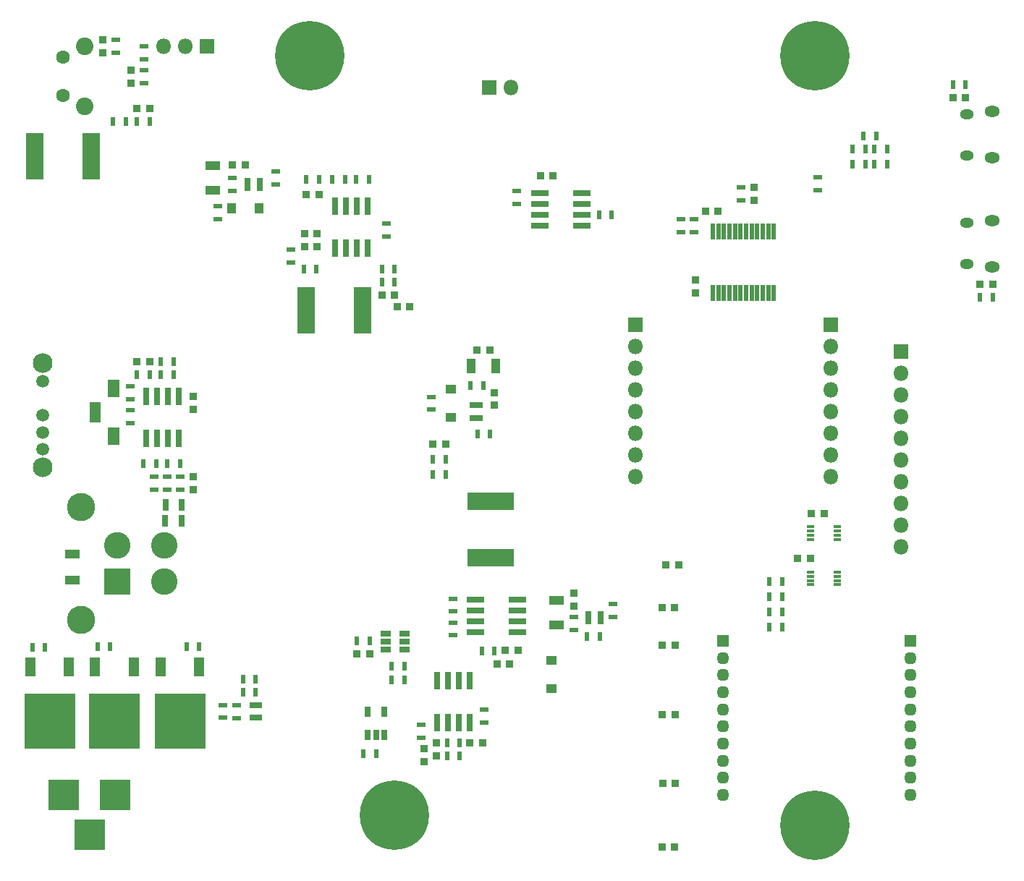
<source format=gbr>
G04 #@! TF.FileFunction,Soldermask,Bot*
%FSLAX46Y46*%
G04 Gerber Fmt 4.6, Leading zero omitted, Abs format (unit mm)*
G04 Created by KiCad (PCBNEW 4.0.7) date 07/05/18 23:16:34*
%MOMM*%
%LPD*%
G01*
G04 APERTURE LIST*
%ADD10C,0.100000*%
%ADD11R,0.701600X2.101600*%
%ADD12R,1.001600X0.601600*%
%ADD13R,0.901600X0.851600*%
%ADD14R,1.001600X1.301600*%
%ADD15R,0.651600X0.501600*%
%ADD16R,1.801600X1.001600*%
%ADD17O,1.601600X1.201600*%
%ADD18O,1.801600X1.301600*%
%ADD19R,0.851600X0.901600*%
%ADD20R,1.301600X1.001600*%
%ADD21R,2.101600X5.401600*%
%ADD22R,3.601600X3.601600*%
%ADD23R,3.101600X3.101600*%
%ADD24C,3.101600*%
%ADD25C,3.301600*%
%ADD26R,1.451600X1.451600*%
%ADD27O,1.451600X1.451600*%
%ADD28R,1.801600X1.801600*%
%ADD29O,1.801600X1.801600*%
%ADD30R,0.501600X0.651600*%
%ADD31R,1.301600X2.301600*%
%ADD32R,5.901600X6.501600*%
%ADD33R,0.601600X1.001600*%
%ADD34R,1.001600X1.801600*%
%ADD35R,0.801600X1.401600*%
%ADD36R,0.740000X1.190000*%
%ADD37R,1.161600X0.751600*%
%ADD38R,2.101600X0.701600*%
%ADD39R,0.901600X0.401600*%
%ADD40R,1.701600X1.101600*%
%ADD41C,1.599600*%
%ADD42C,2.051600*%
%ADD43C,1.501600*%
%ADD44C,2.301600*%
%ADD45R,0.551600X1.851600*%
%ADD46R,5.401600X2.101600*%
%ADD47C,8.101600*%
G04 APERTURE END LIST*
D10*
G36*
X12070020Y-45278280D02*
X12070020Y-47682020D01*
X10761290Y-47682020D01*
X10761290Y-45278280D01*
X12070020Y-45278280D01*
G37*
G36*
X14220020Y-42670440D02*
X14220020Y-44682020D01*
X12918039Y-44682020D01*
X12918039Y-42670440D01*
X14220020Y-42670440D01*
G37*
G36*
X14220020Y-48285250D02*
X14220020Y-50282020D01*
X12918857Y-50282020D01*
X12918857Y-48285250D01*
X14220020Y-48285250D01*
G37*
D11*
X51435020Y-77941020D03*
X52705020Y-77941020D03*
X55245020Y-77941020D03*
X55245020Y-82841020D03*
X53975020Y-82841020D03*
X52705020Y-82841020D03*
X51435020Y-82841020D03*
X53975020Y-77941020D03*
D12*
X32549472Y-19802860D03*
X32549472Y-18302860D03*
D13*
X28981472Y-17528860D03*
X27481472Y-17528860D03*
D14*
X30643472Y-22608860D03*
X27343472Y-22608860D03*
D15*
X29226072Y-19322460D03*
X29226072Y-19822460D03*
X29226072Y-20322460D03*
X30676072Y-20322460D03*
X30676072Y-19822460D03*
X30676072Y-19322460D03*
D12*
X25781020Y-23864020D03*
X25781020Y-22364020D03*
D16*
X25183472Y-20502860D03*
X25183472Y-17602860D03*
D12*
X27469472Y-20564860D03*
X27469472Y-19064860D03*
D17*
X113380000Y-29170000D03*
X113380000Y-24330000D03*
D18*
X116380000Y-29480000D03*
X116380000Y-24020000D03*
D19*
X51308020Y-86729020D03*
X51308020Y-85229020D03*
X49911020Y-87364020D03*
X49911020Y-85864020D03*
X67437020Y-67703020D03*
X67437020Y-69203020D03*
D13*
X55269020Y-85217020D03*
X56769020Y-85217020D03*
X17820968Y-10906658D03*
X16320968Y-10906658D03*
D19*
X37351830Y-25598682D03*
X37351830Y-27098682D03*
D13*
X37593830Y-21014682D03*
X36093830Y-21014682D03*
X44970020Y-32766020D03*
X46470020Y-32766020D03*
D19*
X58133000Y-45675000D03*
X58133000Y-44175000D03*
X35921810Y-25565662D03*
X35921810Y-27065662D03*
X22887770Y-54030938D03*
X22887770Y-55530938D03*
X22887770Y-46132938D03*
X22887770Y-44632938D03*
D13*
X16295770Y-40556938D03*
X17795770Y-40556938D03*
X65012020Y-18796020D03*
X63512020Y-18796020D03*
D19*
X12286000Y-4400000D03*
X12286000Y-2900000D03*
D13*
X114914000Y-31543248D03*
X116414000Y-31543248D03*
D19*
X88486000Y-20172000D03*
X88486000Y-21672000D03*
D13*
X93611020Y-63627020D03*
X95111020Y-63627020D03*
X96686097Y-58320007D03*
X95186097Y-58320007D03*
D19*
X81661020Y-30988020D03*
X81661020Y-32488020D03*
D13*
X50913871Y-50256321D03*
X52413871Y-50256321D03*
X42016000Y-74770000D03*
X43516000Y-74770000D03*
X59415000Y-74389000D03*
X60915000Y-74389000D03*
X59920020Y-75946020D03*
X58420020Y-75946020D03*
D20*
X64770020Y-78866020D03*
X64770020Y-75566020D03*
X53053000Y-47083000D03*
X53053000Y-43783000D03*
D21*
X42668020Y-34544020D03*
X36068020Y-34544020D03*
X4320020Y-16510020D03*
X10920020Y-16510020D03*
D22*
X13750000Y-91281900D03*
X7750000Y-91281900D03*
X10750000Y-95981900D03*
D23*
X14000000Y-66278800D03*
D24*
X14000000Y-62078800D03*
X19500000Y-66278800D03*
X19500000Y-62078800D03*
D25*
X9800000Y-70778800D03*
X9800000Y-57578800D03*
D26*
X84838000Y-73270000D03*
D27*
X84838000Y-75270000D03*
X84838000Y-77270000D03*
X84838000Y-79270000D03*
X84838000Y-81270000D03*
X84838000Y-83270000D03*
X84838000Y-85270000D03*
X84838000Y-87270000D03*
X84838000Y-89270000D03*
X84838000Y-91270000D03*
D26*
X106838000Y-73270000D03*
D27*
X106838000Y-75270000D03*
X106838000Y-77270000D03*
X106838000Y-79270000D03*
X106838000Y-81270000D03*
X106838000Y-83270000D03*
X106838000Y-85270000D03*
X106838000Y-87270000D03*
X106838000Y-89270000D03*
X106838000Y-91270000D03*
D28*
X74614000Y-36230000D03*
D29*
X74614000Y-38770000D03*
X74614000Y-41310000D03*
X74614000Y-43850000D03*
X74614000Y-46390000D03*
X74614000Y-48930000D03*
X74614000Y-51470000D03*
X74614000Y-54010000D03*
D28*
X97474000Y-36230000D03*
D29*
X97474000Y-38770000D03*
X97474000Y-41310000D03*
X97474000Y-43850000D03*
X97474000Y-46390000D03*
X97474000Y-48930000D03*
X97474000Y-51470000D03*
X97474000Y-54010000D03*
D28*
X57498000Y-8476000D03*
D29*
X60038000Y-8476000D03*
D15*
X69135200Y-70010400D03*
X69135200Y-70510400D03*
X69135200Y-71010400D03*
X70585200Y-71010400D03*
X70585200Y-70510400D03*
X70585200Y-70010400D03*
D30*
X56491800Y-45691000D03*
X55991800Y-45691000D03*
X55491800Y-45691000D03*
X55491800Y-47141000D03*
X55991800Y-47141000D03*
X56491800Y-47141000D03*
D31*
X19056020Y-76318020D03*
X23616020Y-76318020D03*
D32*
X21336020Y-82618020D03*
D31*
X11370000Y-76318020D03*
X15930000Y-76318020D03*
D32*
X13650000Y-82618020D03*
D31*
X3816020Y-76318020D03*
X8376020Y-76318020D03*
D32*
X6096020Y-82618020D03*
D30*
X29726020Y-82259020D03*
X30226020Y-82259020D03*
X30726020Y-82259020D03*
X30726020Y-80809020D03*
X30226020Y-80809020D03*
X29726020Y-80809020D03*
D33*
X42778000Y-86454000D03*
X44278000Y-86454000D03*
D12*
X49530020Y-83070020D03*
X49530020Y-84570020D03*
D33*
X70473020Y-72771020D03*
X68973020Y-72771020D03*
D12*
X67437020Y-71997020D03*
X67437020Y-70497020D03*
D16*
X65405020Y-71427020D03*
X65405020Y-68527020D03*
D33*
X54090020Y-86741020D03*
X52590020Y-86741020D03*
D12*
X56896020Y-82792020D03*
X56896020Y-81292020D03*
D33*
X52590020Y-85217020D03*
X54090020Y-85217020D03*
X13526968Y-12430658D03*
X15026968Y-12430658D03*
X16328568Y-12489058D03*
X17828568Y-12489058D03*
X36093830Y-19236682D03*
X37593830Y-19236682D03*
X41935830Y-19236682D03*
X43435830Y-19236682D03*
X39141830Y-19236682D03*
X40641830Y-19236682D03*
X44970020Y-29718020D03*
X46470020Y-29718020D03*
D12*
X50767000Y-46183000D03*
X50767000Y-44683000D03*
D33*
X46470020Y-31242020D03*
X44970020Y-31242020D03*
X55351000Y-43401000D03*
X56851000Y-43401000D03*
D34*
X55413000Y-41115000D03*
X58313000Y-41115000D03*
D12*
X34290020Y-27444020D03*
X34290020Y-28944020D03*
D33*
X56146020Y-49022020D03*
X57646020Y-49022020D03*
D12*
X45466020Y-25896020D03*
X45466020Y-24396020D03*
D33*
X35826020Y-29718020D03*
X37326020Y-29718020D03*
X23610020Y-73914020D03*
X22110020Y-73914020D03*
X13196020Y-73914020D03*
X11696020Y-73914020D03*
X5576020Y-74041020D03*
X4076020Y-74041020D03*
D12*
X27940020Y-80784020D03*
X27940020Y-82284020D03*
D33*
X28714020Y-77724020D03*
X30214020Y-77724020D03*
D12*
X26383000Y-80751000D03*
X26383000Y-82251000D03*
X18315770Y-54030938D03*
X18315770Y-55530938D03*
X21363770Y-55530938D03*
X21363770Y-54030938D03*
X19839770Y-54030938D03*
X19839770Y-55530938D03*
D33*
X18557770Y-52494938D03*
X17057770Y-52494938D03*
X21351770Y-52494938D03*
X19851770Y-52494938D03*
D35*
X19651770Y-57320938D03*
X21551770Y-57320938D03*
D12*
X15494020Y-46240020D03*
X15494020Y-47740020D03*
D33*
X19089770Y-40556938D03*
X20589770Y-40556938D03*
X17795770Y-42080938D03*
X16295770Y-42080938D03*
D12*
X15494020Y-44946020D03*
X15494020Y-43446020D03*
D33*
X20589770Y-42080938D03*
X19089770Y-42080938D03*
X71870020Y-23368020D03*
X70370020Y-23368020D03*
D12*
X60706000Y-20586020D03*
X60706000Y-22086020D03*
X13810000Y-2900000D03*
X13810000Y-4400000D03*
D33*
X100037618Y-17476082D03*
X101537618Y-17476082D03*
X100037618Y-15698082D03*
X101537618Y-15698082D03*
X102565618Y-17476082D03*
X104065618Y-17476082D03*
X102577618Y-15698082D03*
X104077618Y-15698082D03*
D12*
X95961618Y-20512082D03*
X95961618Y-19012082D03*
X86962000Y-20172000D03*
X86962000Y-21672000D03*
D33*
X116414000Y-33067248D03*
X114914000Y-33067248D03*
X90278513Y-68105849D03*
X91778513Y-68105849D03*
X90278513Y-69883849D03*
X91778513Y-69883849D03*
X91778513Y-66327849D03*
X90278513Y-66327849D03*
X91778513Y-71661849D03*
X90278513Y-71661849D03*
X50913871Y-53812321D03*
X52413871Y-53812321D03*
X52413871Y-52034321D03*
X50913871Y-52034321D03*
X46113020Y-76200020D03*
X47613020Y-76200020D03*
X46113020Y-77851020D03*
X47613020Y-77851020D03*
X58142020Y-74422020D03*
X56642020Y-74422020D03*
X43516000Y-73246000D03*
X42016000Y-73246000D03*
D12*
X53307000Y-69805000D03*
X53307000Y-68305000D03*
X53307000Y-72599000D03*
X53307000Y-71099000D03*
D36*
X45240000Y-81548000D03*
X43340000Y-81548000D03*
X43340000Y-84248000D03*
X44290000Y-84248000D03*
X45240000Y-84248000D03*
D11*
X39510830Y-22374682D03*
X40780830Y-22374682D03*
X43320830Y-22374682D03*
X43320830Y-27274682D03*
X42050830Y-27274682D03*
X40780830Y-27274682D03*
X39510830Y-27274682D03*
X42050830Y-22374682D03*
X21178370Y-49552538D03*
X19908370Y-49552538D03*
X17368370Y-49552538D03*
X17368370Y-44652538D03*
X18638370Y-44652538D03*
X19908370Y-44652538D03*
X21178370Y-44652538D03*
X18638370Y-49552538D03*
D37*
X45382000Y-74290000D03*
X45382000Y-73340000D03*
X45382000Y-72390000D03*
X47582000Y-72390000D03*
X47582000Y-74290000D03*
X47582000Y-73340000D03*
D38*
X55937000Y-72230000D03*
X55937000Y-70960000D03*
X55937000Y-68420000D03*
X60837000Y-68420000D03*
X60837000Y-69690000D03*
X60837000Y-70960000D03*
X60837000Y-72230000D03*
X55937000Y-69690000D03*
X68337600Y-20802600D03*
X68337600Y-22072600D03*
X68337600Y-24612600D03*
X63437600Y-24612600D03*
X63437600Y-23342600D03*
X63437600Y-22072600D03*
X63437600Y-20802600D03*
X68337600Y-23342600D03*
D39*
X98240497Y-65182407D03*
X98240497Y-65682407D03*
X98240497Y-66182407D03*
X98240497Y-66682407D03*
X95140497Y-66682407D03*
X95140497Y-66182407D03*
X95140497Y-65682407D03*
X95140497Y-65182407D03*
X98248097Y-59856007D03*
X98248097Y-60356007D03*
X98248097Y-60856007D03*
X98248097Y-61356007D03*
X95148097Y-61356007D03*
X95148097Y-60856007D03*
X95148097Y-60356007D03*
X95148097Y-59856007D03*
D12*
X72009020Y-70473020D03*
X72009020Y-68973020D03*
D33*
X30214020Y-79248020D03*
X28714020Y-79248020D03*
D40*
X8730000Y-66110000D03*
X8730000Y-63110000D03*
D28*
X24478000Y-3650000D03*
D29*
X21938000Y-3650000D03*
X19398000Y-3650000D03*
D28*
X105664000Y-39370000D03*
D29*
X105664000Y-41910000D03*
X105664000Y-44450000D03*
X105664000Y-46990000D03*
X105664000Y-49530000D03*
X105664000Y-52070000D03*
X105664000Y-54610000D03*
X105664000Y-57150000D03*
X105664000Y-59690000D03*
X105664000Y-62230000D03*
D41*
X7675000Y-4893800D03*
X7675000Y-9393800D03*
D42*
X10165000Y-3638800D03*
X10165000Y-10648800D03*
D43*
X5325000Y-50832600D03*
X5325000Y-48832600D03*
X5325000Y-46832600D03*
D44*
X5325000Y-52932600D03*
X5325000Y-40732600D03*
D43*
X5325000Y-42832600D03*
D12*
X17112000Y-3662000D03*
X17112000Y-5162000D03*
X17112000Y-6456000D03*
X17112000Y-7956000D03*
D19*
X15588000Y-7956000D03*
X15588000Y-6456000D03*
D45*
X83674020Y-25356020D03*
X84324020Y-25356020D03*
X84974020Y-25356020D03*
X85624020Y-25356020D03*
X86274020Y-25356020D03*
X86924020Y-25356020D03*
X87574020Y-25356020D03*
X88224020Y-25356020D03*
X88874020Y-25356020D03*
X89524020Y-25356020D03*
X90174020Y-25356020D03*
X90824020Y-25356020D03*
X90824020Y-32556020D03*
X90174020Y-32556020D03*
X89524020Y-32556020D03*
X88874020Y-32556020D03*
X88224020Y-32556020D03*
X87574020Y-32556020D03*
X86924020Y-32556020D03*
X86274020Y-32556020D03*
X85624020Y-32556020D03*
X84974020Y-32556020D03*
X84324020Y-32556020D03*
X83674020Y-32556020D03*
D12*
X81448176Y-23875744D03*
X81448176Y-25375744D03*
X79924176Y-23875744D03*
X79924176Y-25375744D03*
D13*
X113272020Y-9673024D03*
X111772020Y-9673024D03*
D46*
X57658020Y-56900020D03*
X57658020Y-63500020D03*
D17*
X113380000Y-16420000D03*
X113380000Y-11580000D03*
D18*
X116380000Y-16730000D03*
X116380000Y-11270000D03*
D35*
X19618750Y-59192918D03*
X21518750Y-59192918D03*
D33*
X111772020Y-8149024D03*
X113272020Y-8149024D03*
X101307618Y-14174082D03*
X102807618Y-14174082D03*
D13*
X82816020Y-22987020D03*
X84316020Y-22987020D03*
X48248020Y-34163020D03*
X46748020Y-34163020D03*
X57582520Y-39179520D03*
X56082520Y-39179520D03*
X79680520Y-64389020D03*
X78180520Y-64389020D03*
X79236020Y-97345520D03*
X77736020Y-97345520D03*
X79311520Y-89916020D03*
X77811520Y-89916020D03*
X79299520Y-81915020D03*
X77799520Y-81915020D03*
X79299520Y-73787020D03*
X77799520Y-73787020D03*
X79236020Y-69342020D03*
X77736020Y-69342020D03*
D47*
X36512500Y-4762500D03*
X95646240Y-4762500D03*
X46433740Y-93662500D03*
X95646240Y-94853760D03*
M02*

</source>
